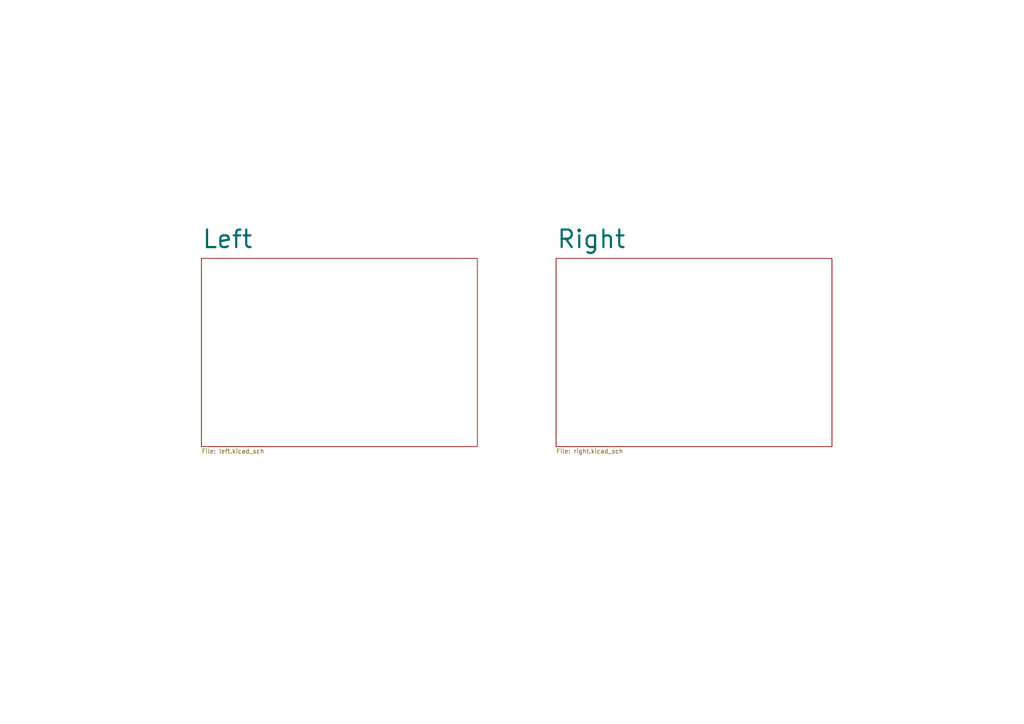
<source format=kicad_sch>
(kicad_sch
	(version 20231120)
	(generator "eeschema")
	(generator_version "8.0")
	(uuid "90c8b5ef-2115-4ce5-9f08-3facf16c5dc1")
	(paper "A4")
	(lib_symbols)
	(sheet
		(at 58.42 74.93)
		(size 80.01 54.61)
		(fields_autoplaced yes)
		(stroke
			(width 0.1524)
			(type solid)
		)
		(fill
			(color 0 0 0 0.0000)
		)
		(uuid "56cc3e7f-98ec-487b-8cea-9eac8504bc25")
		(property "Sheetname" "Left"
			(at 58.42 72.3134 0)
			(effects
				(font
					(size 5.08 5.08)
					(thickness 0.635)
				)
				(justify left bottom)
			)
		)
		(property "Sheetfile" "left.kicad_sch"
			(at 58.42 130.1246 0)
			(effects
				(font
					(size 1.27 1.27)
				)
				(justify left top)
			)
		)
		(instances
			(project "Flake-L"
				(path "/90c8b5ef-2115-4ce5-9f08-3facf16c5dc1"
					(page "2")
				)
			)
		)
	)
	(sheet
		(at 161.29 74.93)
		(size 80.01 54.61)
		(fields_autoplaced yes)
		(stroke
			(width 0.1524)
			(type solid)
		)
		(fill
			(color 0 0 0 0.0000)
		)
		(uuid "d5bac6f5-3ae0-4cc7-8f72-825f2fad23e6")
		(property "Sheetname" "Right"
			(at 161.29 72.3134 0)
			(effects
				(font
					(size 5.08 5.08)
					(thickness 0.635)
				)
				(justify left bottom)
			)
		)
		(property "Sheetfile" "right.kicad_sch"
			(at 161.29 130.1246 0)
			(effects
				(font
					(size 1.27 1.27)
				)
				(justify left top)
			)
		)
		(instances
			(project "Flake-L"
				(path "/90c8b5ef-2115-4ce5-9f08-3facf16c5dc1"
					(page "3")
				)
			)
		)
	)
	(sheet_instances
		(path "/"
			(page "1")
		)
	)
)

</source>
